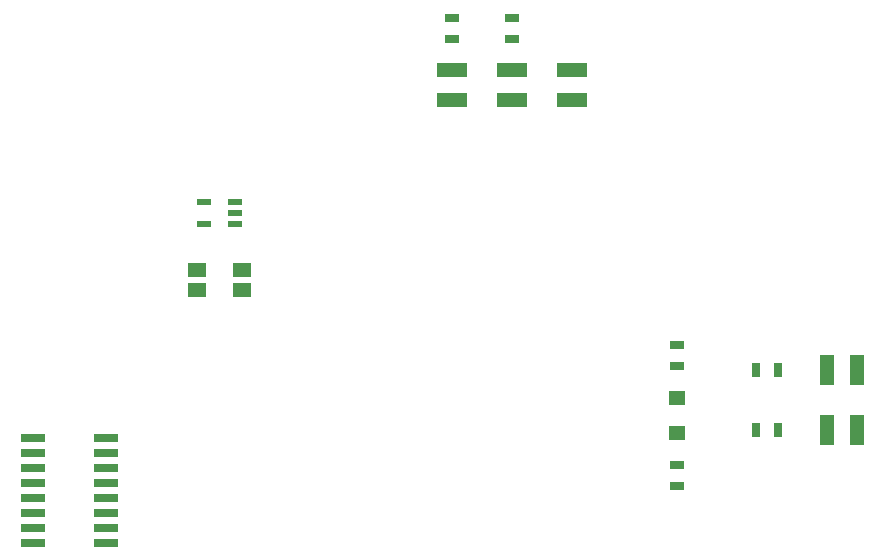
<source format=gtp>
G75*
%MOIN*%
%OFA0B0*%
%FSLAX25Y25*%
%IPPOS*%
%LPD*%
%AMOC8*
5,1,8,0,0,1.08239X$1,22.5*
%
%ADD10R,0.05906X0.05118*%
%ADD11R,0.05512X0.04724*%
%ADD12R,0.10000X0.05000*%
%ADD13R,0.05000X0.10000*%
%ADD14R,0.04724X0.02165*%
%ADD15R,0.08000X0.02600*%
%ADD16R,0.04724X0.03150*%
%ADD17R,0.03150X0.04724*%
D10*
X0097595Y0298154D03*
X0097595Y0304846D03*
X0112595Y0304846D03*
X0112595Y0298154D03*
D11*
X0257595Y0262406D03*
X0257595Y0250594D03*
D12*
X0222595Y0361500D03*
X0222595Y0371500D03*
X0202595Y0371500D03*
X0202595Y0361500D03*
X0182595Y0361500D03*
X0182595Y0371500D03*
D13*
X0307595Y0271500D03*
X0317595Y0271500D03*
X0317595Y0251500D03*
X0307595Y0251500D03*
D14*
X0110213Y0320260D03*
X0110213Y0324000D03*
X0110213Y0327740D03*
X0099977Y0327740D03*
X0099977Y0320260D03*
D15*
X0042995Y0214000D03*
X0042995Y0219000D03*
X0042995Y0224000D03*
X0042995Y0229000D03*
X0042995Y0234000D03*
X0042995Y0239000D03*
X0042995Y0244000D03*
X0042995Y0249000D03*
X0067195Y0249000D03*
X0067195Y0244000D03*
X0067195Y0239000D03*
X0067195Y0234000D03*
X0067195Y0229000D03*
X0067195Y0224000D03*
X0067195Y0219000D03*
X0067195Y0214000D03*
D16*
X0182595Y0381914D03*
X0182595Y0389000D03*
X0202595Y0389000D03*
X0202595Y0381914D03*
X0257595Y0280043D03*
X0257595Y0272957D03*
X0257595Y0240043D03*
X0257595Y0232957D03*
D17*
X0284052Y0251500D03*
X0291138Y0251500D03*
X0291138Y0271500D03*
X0284052Y0271500D03*
M02*

</source>
